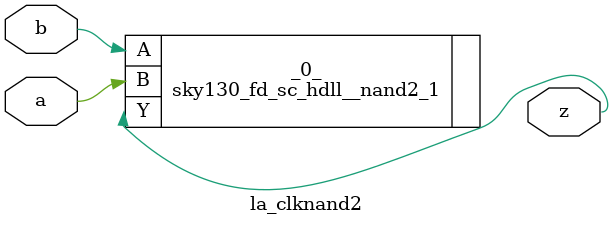
<source format=v>

/* Generated by Yosys 0.37 (git sha1 a5c7f69ed, clang 14.0.0-1ubuntu1.1 -fPIC -Os) */

module la_clknand2(a, b, z);
  input a;
  wire a;
  input b;
  wire b;
  output z;
  wire z;
  sky130_fd_sc_hdll__nand2_1 _0_ (
    .A(b),
    .B(a),
    .Y(z)
  );
endmodule

</source>
